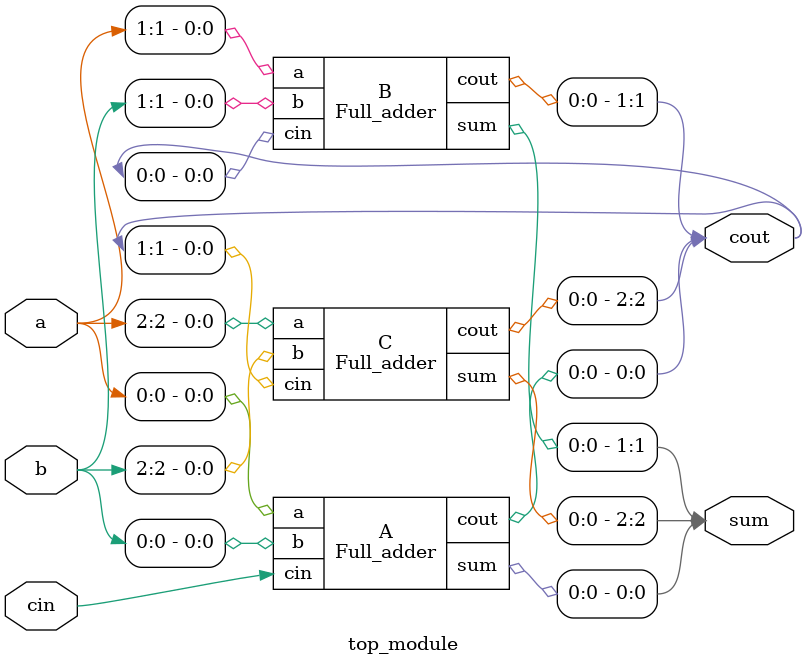
<source format=v>
module Full_adder( 
    input a, b, cin,
    output cout, sum );

//Create a full adder. 
//A full adder adds three bits (including carry-in) and produces a sum and carry-out.
//a		b		cin		cout	sum
//0		0		0		0		0
//0		0		1		0		1
//0		1		0		0		1
//0		1		1		1		0
//1		0		0		0		1
//1		0		1		1		0
//1		1		0		1		0
//1		1		1		1		1

//sum = a^b^cin
//cout = cin(a+b)+ab
wire s1,o1,o2,o3;
xor(s1,a,b);
xor(sum,s1,cin);

or(o1,a,b);
and(o2,a,b);
and(o3,o1,cin);
or(cout,o3,o2);
endmodule

module top_module( 
    input [2:0] a, b,
    input cin,
    output [2:0] cout,
    output [2:0] sum );
	
	Full_adder A(.a(a[0]),.b(b[0]),.cin(cin),.cout(cout[0]),.sum(sum[0]));
	Full_adder B(.a(a[1]),.b(b[1]),.cin(cout[0]),.cout(cout[1]),.sum(sum[1]));
	Full_adder C(.a(a[2]),.b(b[2]),.cin(cout[1]),.cout(cout[2]),.sum(sum[2]));

endmodule
</source>
